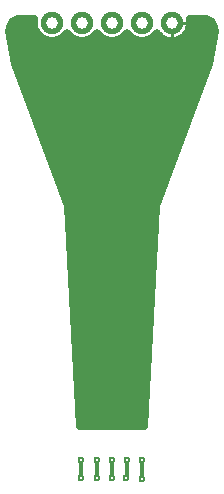
<source format=gbr>
G04 DipTrace 3.2.0.1*
G04 Íèæíèé.gbr*
%MOIN*%
G04 #@! TF.FileFunction,Copper,L2,Bot*
G04 #@! TF.Part,Single*
%ADD14C,0.011811*%
%ADD20C,0.03937*%
G04 #@! TA.AperFunction,CopperBalancing*
%ADD10C,0.009843*%
%ADD15C,0.019685*%
G04 #@! TA.AperFunction,ComponentPad*
%ADD16C,0.074803*%
%ADD17C,0.074803*%
G04 #@! TA.AperFunction,ViaPad*
%ADD19C,0.023622*%
%FSLAX26Y26*%
G04*
G70*
G90*
G75*
G01*
G04 Bottom*
%LPD*%
X94094Y-681102D2*
D14*
Y-743701D1*
X43307Y-681890D2*
Y-742126D1*
X42520Y-742913D1*
X-5512Y-682677D2*
Y-742126D1*
X-55906Y-682677D2*
Y-741339D1*
X-107480Y-683071D2*
Y-740551D1*
X-107087Y-740945D1*
D19*
X94094Y-743701D3*
X42520Y-742913D3*
X-5512Y-742126D3*
X-55906Y-741339D3*
Y-682677D3*
X-5512D3*
X43307Y-681890D3*
X94094Y-681102D3*
X-107087Y-740945D3*
X-107480Y-683071D3*
X-342795Y773753D2*
D15*
X-265131D1*
X254497D2*
X332161D1*
X-348609Y754199D2*
X-261076D1*
X250442D2*
X337974D1*
X-346528Y734646D2*
X-248194D1*
X-162441D2*
X-148185D1*
X-62432D2*
X-48176D1*
X37542D2*
X51798D1*
X137551D2*
X151807D1*
X237560D2*
X335892D1*
X-343261Y715092D2*
X332627D1*
X-339996Y695538D2*
X329362D1*
X-336731Y675984D2*
X326096D1*
X-333501Y656430D2*
X322866D1*
X-329877Y636877D2*
X319243D1*
X-322521Y617323D2*
X311886D1*
X-315201Y597769D2*
X304566D1*
X-307879Y578215D2*
X297245D1*
X-300524Y558661D2*
X289890D1*
X-293203Y539108D2*
X282568D1*
X-285846Y519554D2*
X275248D1*
X-278526Y500000D2*
X267892D1*
X-271206Y480446D2*
X260572D1*
X-263850Y460892D2*
X253252D1*
X-256530Y441339D2*
X245895D1*
X-249209Y421785D2*
X238575D1*
X-241853Y402231D2*
X231255D1*
X-234533Y382677D2*
X223898D1*
X-227213Y363123D2*
X216577D1*
X-219856Y343570D2*
X209257D1*
X-212535Y324016D2*
X201902D1*
X-205215Y304462D2*
X194581D1*
X-197858Y284908D2*
X187224D1*
X-190538Y265354D2*
X179904D1*
X-183218Y245801D2*
X172584D1*
X-175862Y226247D2*
X165227D1*
X-168542Y206693D2*
X157907D1*
X-161222Y187139D2*
X150587D1*
X-153865Y167585D2*
X143231D1*
X-151819Y148031D2*
X141185D1*
X-150778Y128478D2*
X140144D1*
X-149774Y108924D2*
X139139D1*
X-148734Y89370D2*
X138100D1*
X-147693Y69816D2*
X137059D1*
X-146688Y50262D2*
X136054D1*
X-145647Y30709D2*
X135013D1*
X-144606Y11155D2*
X133972D1*
X-143602Y-8399D2*
X132967D1*
X-142562Y-27953D2*
X131927D1*
X-141521Y-47507D2*
X130886D1*
X-140480Y-67060D2*
X129882D1*
X-139475Y-86614D2*
X128841D1*
X-138434Y-106168D2*
X127801D1*
X-137394Y-125722D2*
X126795D1*
X-136390Y-145276D2*
X125755D1*
X-135349Y-164829D2*
X124714D1*
X-134308Y-184383D2*
X123710D1*
X-133303Y-203937D2*
X122669D1*
X-132262Y-223491D2*
X121629D1*
X-131222Y-243045D2*
X120623D1*
X-130218Y-262598D2*
X119583D1*
X-129177Y-282152D2*
X118542D1*
X-128136Y-301706D2*
X117501D1*
X-127131Y-321260D2*
X116497D1*
X-126091Y-340814D2*
X115457D1*
X-125050Y-360367D2*
X114416D1*
X-124045Y-379921D2*
X113411D1*
X-123004Y-399475D2*
X112370D1*
X-121963Y-419029D2*
X111329D1*
X-120959Y-438583D2*
X110324D1*
X-119919Y-458136D2*
X109283D1*
X-118878Y-477690D2*
X108244D1*
X-117873Y-497244D2*
X107239D1*
X-116832Y-516798D2*
X106198D1*
X-115791Y-536352D2*
X105157D1*
X-114787Y-555906D2*
X104152D1*
X-155336Y746482D2*
X-158493Y741573D1*
X-164392Y734668D1*
X-171298Y728769D1*
X-179041Y724025D1*
X-187430Y720549D1*
X-196261Y718429D1*
X-205315Y717717D1*
X-214369Y718429D1*
X-223199Y720549D1*
X-231589Y724025D1*
X-239332Y728769D1*
X-246238Y734668D1*
X-252136Y741573D1*
X-256881Y749316D1*
X-260357Y757706D1*
X-262476Y766537D1*
X-263189Y775591D1*
X-262476Y784644D1*
X-260400Y793320D1*
X-304581Y793306D1*
X-319366Y792130D1*
X-330007Y788101D1*
X-339121Y781260D1*
X-345967Y772148D1*
X-350003Y761491D1*
X-350961Y749470D1*
X-332486Y638631D1*
X-154755Y164333D1*
X-151672Y107837D1*
X-115819Y-572047D1*
X105310Y-571066D1*
X144140Y164411D1*
X163906Y217427D1*
X321869Y638663D1*
X340335Y749491D1*
X339378Y761472D1*
X335346Y772131D1*
X328504Y781245D1*
X319394Y788092D1*
X308735Y792129D1*
X293959Y793306D1*
X249806Y793307D1*
X251539Y786404D1*
X252451Y779117D1*
X252442Y771919D1*
X251512Y764634D1*
X249667Y757525D1*
X246937Y750707D1*
X243365Y744290D1*
X239009Y738378D1*
X233940Y733064D1*
X228238Y728434D1*
X221995Y724566D1*
X215314Y721517D1*
X208299Y719341D1*
X201066Y718070D1*
X193730Y717724D1*
X186409Y718311D1*
X179222Y719820D1*
X172283Y722228D1*
X165706Y725495D1*
X159594Y729568D1*
X154049Y734382D1*
X149157Y739861D1*
X144688Y746455D1*
X141507Y741573D1*
X135608Y734668D1*
X128702Y728769D1*
X120959Y724025D1*
X112570Y720549D1*
X103739Y718429D1*
X94685Y717717D1*
X85631Y718429D1*
X76801Y720549D1*
X68411Y724025D1*
X60668Y728769D1*
X53762Y734668D1*
X47864Y741573D1*
X44706Y746482D1*
X41507Y741573D1*
X35608Y734668D1*
X28702Y728769D1*
X20959Y724025D1*
X12570Y720549D1*
X3739Y718429D1*
X-5315Y717717D1*
X-14369Y718429D1*
X-23199Y720549D1*
X-31589Y724025D1*
X-39332Y728769D1*
X-46238Y734668D1*
X-52136Y741573D1*
X-55294Y746482D1*
X-58493Y741573D1*
X-64392Y734668D1*
X-71298Y728769D1*
X-79041Y724025D1*
X-87430Y720549D1*
X-96261Y718429D1*
X-105315Y717717D1*
X-114369Y718429D1*
X-123199Y720549D1*
X-131589Y724025D1*
X-139332Y728769D1*
X-146238Y734668D1*
X-152136Y741573D1*
X-155294Y746482D1*
X194685Y775591D2*
D10*
Y717752D1*
Y775591D2*
X252524D1*
D16*
X-205315D3*
X-105315D3*
X-5315D3*
X94685D3*
D17*
X194685D3*
G04 Bottom Clear*
%LPC*%
D14*
X94094Y-743701D3*
X42520Y-742913D3*
X-5512Y-742126D3*
X-55906Y-741339D3*
Y-682677D3*
X-5512D3*
X43307Y-681890D3*
X94094Y-681102D3*
X-107087Y-740945D3*
X-107480Y-683071D3*
D20*
X-205315Y775591D3*
X-105315D3*
X-5315D3*
X94685D3*
X194685D3*
M02*

</source>
